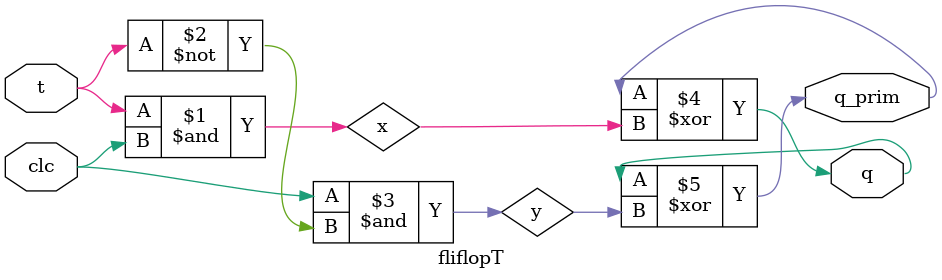
<source format=v>
`timescale 1ns / 1ps
module fliflopT(
input t , 
input clc ,
output q,
output q_prim
    );
wire x ,y;
and (x,t,clc);
and(y,clc,~t);
xor(q,q_prim,x);
xor(q_prim,q,y);

endmodule

</source>
